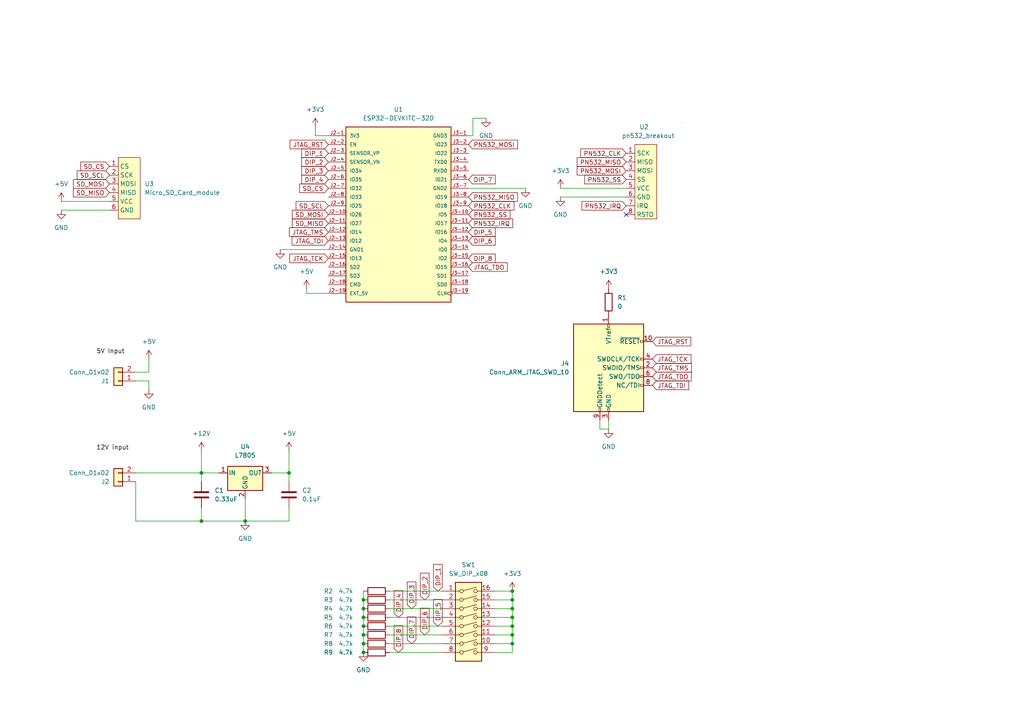
<source format=kicad_sch>
(kicad_sch (version 20211123) (generator eeschema)
  (paper "A4")
  (lib_symbols
    (symbol "Connector:Conn_ARM_JTAG_SWD_10" (pin_names (offset 1.016))
      (property "Reference" "J" (at -2.54 16.51 0))
      (property "Value" "Conn_ARM_JTAG_SWD_10" (at -2.54 13.97 0))
      (symbol "Conn_ARM_JTAG_SWD_10_0_1"
        (rectangle (start -10.16 12.7) (end 10.16 -12.7) (stroke (width 0.254)) (fill (type background)))
        (rectangle (start -2.794 -12.7) (end -2.286 -11.684))
        (rectangle (start -0.254 -12.7) (end 0.254 -11.684))
        (rectangle (start -0.254 12.7) (end 0.254 11.684))
        (rectangle (start 9.144 2.286) (end 10.16 2.794))
        (rectangle (start 10.16 -2.794) (end 9.144 -2.286))
        (rectangle (start 10.16 -0.254) (end 9.144 0.254))
        (rectangle (start 10.16 7.874) (end 9.144 7.366))
      )
      (symbol "Conn_ARM_JTAG_SWD_10_1_1"
        (rectangle (start 9.144 -5.334) (end 10.16 -4.826))
        (pin power_in line (at 0 15.24 270) (length 2.54) (name "VTref") (number "1"))
        (pin open_collector line (at 12.7 7.62 180) (length 2.54) (name "~{RESET}") (number "10"))
        (pin bidirectional line (at 12.7 0 180) (length 2.54) (name "SWDIO/TMS") (number "2"))
        (pin power_in line (at 0 -15.24 90) (length 2.54) (name "GND") (number "3"))
        (pin output line (at 12.7 2.54 180) (length 2.54) (name "SWDCLK/TCK") (number "4"))
        (pin passive line (at 0 -15.24 90) (length 2.54) hide (name "GND") (number "5"))
        (pin input line (at 12.7 -2.54 180) (length 2.54) (name "SWO/TDO") (number "6"))
        (pin no_connect line (at -10.16 0 0) (length 2.54) hide (name "KEY") (number "7"))
        (pin output line (at 12.7 -5.08 180) (length 2.54) (name "NC/TDI") (number "8"))
        (pin passive line (at -2.54 -15.24 90) (length 2.54) (name "GNDDetect") (number "9"))
      )
    )
    (symbol "Connector_Generic:Conn_01x02" (pin_names (offset 1.016) hide)
      (property "Reference" "J" (at 0 2.54 0))
      (property "Value" "Conn_01x02" (at 0 -5.08 0))
      (symbol "Conn_01x02_1_1"
        (rectangle (start -1.27 -2.413) (end 0 -2.667) (stroke (width 0.1524)))
        (rectangle (start -1.27 0.127) (end 0 -0.127) (stroke (width 0.1524)))
        (rectangle (start -1.27 1.27) (end 1.27 -3.81) (stroke (width 0.254)) (fill (type background)))
        (pin passive line (at -5.08 0 0) (length 3.81) (name "Pin_1") (number "1"))
        (pin passive line (at -5.08 -2.54 0) (length 3.81) (name "Pin_2") (number "2"))
      )
    )
    (symbol "Device:C" (pin_numbers hide) (pin_names (offset 0.254))
      (property "Reference" "C" (at 0.635 2.54 0))
      (property "Value" "C" (at 0.635 -2.54 0))
      (symbol "C_0_1"
        (polyline (pts (xy -2.032 -0.762) (xy 2.032 -0.762)) (stroke (width 0.508)))
        (polyline (pts (xy -2.032 0.762) (xy 2.032 0.762)) (stroke (width 0.508)))
      )
      (symbol "C_1_1"
        (pin passive line (at 0 3.81 270) (length 2.794) (name "~") (number "1"))
        (pin passive line (at 0 -3.81 90) (length 2.794) (name "~") (number "2"))
      )
    )
    (symbol "Device:R" (pin_numbers hide) (pin_names (offset 0))
      (property "Reference" "R" (at 2.032 0 90))
      (property "Value" "R" (at 0 0 90))
      (symbol "R_0_1"
        (rectangle (start -1.016 -2.54) (end 1.016 2.54) (stroke (width 0.254)))
      )
      (symbol "R_1_1"
        (pin passive line (at 0 3.81 270) (length 1.27) (name "~") (number "1"))
        (pin passive line (at 0 -3.81 90) (length 1.27) (name "~") (number "2"))
      )
    )
    (symbol "ESP32-DEVKITC-32D:ESP32-DEVKITC-32D" (pin_names (offset 1.016))
      (property "Reference" "U" (at -15.2572 26.0643 0))
      (property "Value" "ESP32-DEVKITC-32D" (at -15.2563 -27.9698 0))
      (symbol "ESP32-DEVKITC-32D_0_0"
        (rectangle (start -15.24 -25.4) (end 15.24 25.4) (stroke (width 0.254)) (fill (type background)))
        (pin power_in line (at -20.32 22.86 0) (length 5.08) (name "3V3") (number "J2-1"))
        (pin bidirectional line (at -20.32 0 0) (length 5.08) (name "IO26") (number "J2-10"))
        (pin bidirectional line (at -20.32 -2.54 0) (length 5.08) (name "IO27") (number "J2-11"))
        (pin bidirectional line (at -20.32 -5.08 0) (length 5.08) (name "IO14") (number "J2-12"))
        (pin bidirectional line (at -20.32 -7.62 0) (length 5.08) (name "IO12") (number "J2-13"))
        (pin power_in line (at -20.32 -10.16 0) (length 5.08) (name "GND1") (number "J2-14"))
        (pin bidirectional line (at -20.32 -12.7 0) (length 5.08) (name "IO13") (number "J2-15"))
        (pin bidirectional line (at -20.32 -15.24 0) (length 5.08) (name "SD2") (number "J2-16"))
        (pin bidirectional line (at -20.32 -17.78 0) (length 5.08) (name "SD3") (number "J2-17"))
        (pin bidirectional line (at -20.32 -20.32 0) (length 5.08) (name "CMD") (number "J2-18"))
        (pin power_in line (at -20.32 -22.86 0) (length 5.08) (name "EXT_5V") (number "J2-19"))
        (pin input line (at -20.32 20.32 0) (length 5.08) (name "EN") (number "J2-2"))
        (pin input line (at -20.32 17.78 0) (length 5.08) (name "SENSOR_VP") (number "J2-3"))
        (pin input line (at -20.32 15.24 0) (length 5.08) (name "SENSOR_VN") (number "J2-4"))
        (pin bidirectional line (at -20.32 12.7 0) (length 5.08) (name "IO34") (number "J2-5"))
        (pin bidirectional line (at -20.32 10.16 0) (length 5.08) (name "IO35") (number "J2-6"))
        (pin bidirectional line (at -20.32 7.62 0) (length 5.08) (name "IO32") (number "J2-7"))
        (pin bidirectional line (at -20.32 5.08 0) (length 5.08) (name "IO33") (number "J2-8"))
        (pin bidirectional line (at -20.32 2.54 0) (length 5.08) (name "IO25") (number "J2-9"))
        (pin power_in line (at 20.32 22.86 180) (length 5.08) (name "GND3") (number "J3-1"))
        (pin bidirectional line (at 20.32 0 180) (length 5.08) (name "IO5") (number "J3-10"))
        (pin bidirectional line (at 20.32 -2.54 180) (length 5.08) (name "IO17") (number "J3-11"))
        (pin bidirectional line (at 20.32 -5.08 180) (length 5.08) (name "IO16") (number "J3-12"))
        (pin bidirectional line (at 20.32 -7.62 180) (length 5.08) (name "IO4") (number "J3-13"))
        (pin bidirectional line (at 20.32 -10.16 180) (length 5.08) (name "IO0") (number "J3-14"))
        (pin bidirectional line (at 20.32 -12.7 180) (length 5.08) (name "IO2") (number "J3-15"))
        (pin bidirectional line (at 20.32 -15.24 180) (length 5.08) (name "IO15") (number "J3-16"))
        (pin bidirectional line (at 20.32 -17.78 180) (length 5.08) (name "SD1") (number "J3-17"))
        (pin bidirectional line (at 20.32 -20.32 180) (length 5.08) (name "SD0") (number "J3-18"))
        (pin input clock (at 20.32 -22.86 180) (length 5.08) (name "CLK") (number "J3-19"))
        (pin bidirectional line (at 20.32 20.32 180) (length 5.08) (name "IO23") (number "J3-2"))
        (pin bidirectional line (at 20.32 17.78 180) (length 5.08) (name "IO22") (number "J3-3"))
        (pin output line (at 20.32 15.24 180) (length 5.08) (name "TXD0") (number "J3-4"))
        (pin input line (at 20.32 12.7 180) (length 5.08) (name "RXD0") (number "J3-5"))
        (pin bidirectional line (at 20.32 10.16 180) (length 5.08) (name "IO21") (number "J3-6"))
        (pin power_in line (at 20.32 7.62 180) (length 5.08) (name "GND2") (number "J3-7"))
        (pin bidirectional line (at 20.32 5.08 180) (length 5.08) (name "IO19") (number "J3-8"))
        (pin bidirectional line (at 20.32 2.54 180) (length 5.08) (name "IO18") (number "J3-9"))
      )
    )
    (symbol "Regulator_Linear:L7805" (pin_names (offset 0.254))
      (property "Reference" "U" (at -3.81 3.175 0))
      (property "Value" "L7805" (at 0 3.175 0))
      (symbol "L7805_0_1"
        (rectangle (start -5.08 1.905) (end 5.08 -5.08) (stroke (width 0.254)) (fill (type background)))
      )
      (symbol "L7805_1_1"
        (pin power_in line (at -7.62 0 0) (length 2.54) (name "IN") (number "1"))
        (pin power_in line (at 0 -7.62 90) (length 2.54) (name "GND") (number "2"))
        (pin power_out line (at 7.62 0 180) (length 2.54) (name "OUT") (number "3"))
      )
    )
    (symbol "Switch:SW_DIP_x08" (pin_names (offset 0) hide)
      (property "Reference" "SW" (at 0 13.97 0))
      (property "Value" "SW_DIP_x08" (at 0 -11.43 0))
      (symbol "SW_DIP_x08_0_0"
        (circle (center -2.032 -7.62) (radius 0.508))
        (circle (center -2.032 -5.08) (radius 0.508))
        (circle (center -2.032 -2.54) (radius 0.508))
        (circle (center -2.032 0) (radius 0.508))
        (circle (center -2.032 2.54) (radius 0.508))
        (circle (center -2.032 5.08) (radius 0.508))
        (circle (center -2.032 7.62) (radius 0.508))
        (circle (center -2.032 10.16) (radius 0.508))
        (polyline (pts (xy -1.524 -7.4676) (xy 2.3622 -6.4262)))
        (polyline (pts (xy -1.524 -4.9276) (xy 2.3622 -3.8862)))
        (polyline (pts (xy -1.524 -2.3876) (xy 2.3622 -1.3462)))
        (polyline (pts (xy -1.524 0.127) (xy 2.3622 1.1684)))
        (polyline (pts (xy -1.524 2.667) (xy 2.3622 3.7084)))
        (polyline (pts (xy -1.524 5.207) (xy 2.3622 6.2484)))
        (polyline (pts (xy -1.524 7.747) (xy 2.3622 8.7884)))
        (polyline (pts (xy -1.524 10.287) (xy 2.3622 11.3284)))
        (circle (center 2.032 -7.62) (radius 0.508))
        (circle (center 2.032 -5.08) (radius 0.508))
        (circle (center 2.032 -2.54) (radius 0.508))
        (circle (center 2.032 0) (radius 0.508))
        (circle (center 2.032 2.54) (radius 0.508))
        (circle (center 2.032 5.08) (radius 0.508))
        (circle (center 2.032 7.62) (radius 0.508))
        (circle (center 2.032 10.16) (radius 0.508))
      )
      (symbol "SW_DIP_x08_0_1"
        (rectangle (start -3.81 12.7) (end 3.81 -10.16) (stroke (width 0.254)) (fill (type background)))
      )
      (symbol "SW_DIP_x08_1_1"
        (pin passive line (at -7.62 10.16 0) (length 5.08) (name "~") (number "1"))
        (pin passive line (at 7.62 -5.08 180) (length 5.08) (name "~") (number "10"))
        (pin passive line (at 7.62 -2.54 180) (length 5.08) (name "~") (number "11"))
        (pin passive line (at 7.62 0 180) (length 5.08) (name "~") (number "12"))
        (pin passive line (at 7.62 2.54 180) (length 5.08) (name "~") (number "13"))
        (pin passive line (at 7.62 5.08 180) (length 5.08) (name "~") (number "14"))
        (pin passive line (at 7.62 7.62 180) (length 5.08) (name "~") (number "15"))
        (pin passive line (at 7.62 10.16 180) (length 5.08) (name "~") (number "16"))
        (pin passive line (at -7.62 7.62 0) (length 5.08) (name "~") (number "2"))
        (pin passive line (at -7.62 5.08 0) (length 5.08) (name "~") (number "3"))
        (pin passive line (at -7.62 2.54 0) (length 5.08) (name "~") (number "4"))
        (pin passive line (at -7.62 0 0) (length 5.08) (name "~") (number "5"))
        (pin passive line (at -7.62 -2.54 0) (length 5.08) (name "~") (number "6"))
        (pin passive line (at -7.62 -5.08 0) (length 5.08) (name "~") (number "7"))
        (pin passive line (at -7.62 -7.62 0) (length 5.08) (name "~") (number "8"))
        (pin passive line (at 7.62 -7.62 180) (length 5.08) (name "~") (number "9"))
      )
    )
    (symbol "local:Micro_SD_Card_module"
      (property "Reference" "U" (at 0 2.54 0))
      (property "Value" "Micro_SD_Card_module" (at 0 0 0))
      (symbol "Micro_SD_Card_module_0_1"
        (rectangle (start -2.54 -2.54) (end 3.81 -20.32) (fill (type background)))
      )
      (symbol "Micro_SD_Card_module_1_1"
        (pin input line (at -5.08 -5.08 0) (length 2.54) (name "CS") (number "1"))
        (pin input line (at -5.08 -7.62 0) (length 2.54) (name "SCK") (number "2"))
        (pin input line (at -5.08 -10.16 0) (length 2.54) (name "MOSI") (number "3"))
        (pin output line (at -5.08 -12.7 0) (length 2.54) (name "MISO") (number "4"))
        (pin power_in line (at -5.08 -15.24 0) (length 2.54) (name "VCC") (number "5"))
        (pin power_in line (at -5.08 -17.78 0) (length 2.54) (name "GND") (number "6"))
      )
    )
    (symbol "pn532:pn532_breakout"
      (property "Reference" "U" (at 0 12.7 0))
      (property "Value" "pn532_breakout" (at 1.27 10.16 0))
      (symbol "pn532_breakout_0_1"
        (rectangle (start -2.54 5.08) (end -2.54 5.08))
        (rectangle (start -2.54 8.89) (end 3.81 -12.7) (fill (type background)))
        (rectangle (start 2.54 2.54) (end 2.54 2.54))
        (rectangle (start 11.43 15.24) (end 11.43 15.24))
      )
      (symbol "pn532_breakout_1_1"
        (pin input line (at -5.08 6.35 0) (length 2.54) (name "SCK") (number "1"))
        (pin output line (at -5.08 3.81 0) (length 2.54) (name "MISO") (number "2"))
        (pin input line (at -5.08 1.27 0) (length 2.54) (name "MOSI") (number "3"))
        (pin input line (at -5.08 -1.27 0) (length 2.54) (name "SS") (number "4"))
        (pin power_in line (at -5.08 -3.81 0) (length 2.54) (name "VCC") (number "5"))
        (pin power_in line (at -5.08 -6.35 0) (length 2.54) (name "GND") (number "6"))
        (pin output line (at -5.08 -8.89 0) (length 2.54) (name "IRQ") (number "7"))
        (pin input line (at -5.08 -11.43 0) (length 2.54) (name "RSTO") (number "8"))
      )
    )
    (symbol "power:+12V" (power) (pin_names (offset 0))
      (property "Value" "+12V" (at 0 3.556 0))
      (symbol "+12V_0_1"
        (polyline (pts (xy -0.762 1.27) (xy 0 2.54)))
        (polyline (pts (xy 0 0) (xy 0 2.54)))
        (polyline (pts (xy 0 2.54) (xy 0.762 1.27)))
      )
      (symbol "+12V_1_1"
        (pin power_in line (at 0 0 90) (length 0) hide (name "+12V") (number "1"))
      )
    )
    (symbol "power:+3V3" (power) (pin_names (offset 0))
      (property "Value" "+3V3" (at 0 3.556 0))
      (symbol "+3V3_0_1"
        (polyline (pts (xy -0.762 1.27) (xy 0 2.54)))
        (polyline (pts (xy 0 0) (xy 0 2.54)))
        (polyline (pts (xy 0 2.54) (xy 0.762 1.27)))
      )
      (symbol "+3V3_1_1"
        (pin power_in line (at 0 0 90) (length 0) hide (name "+3V3") (number "1"))
      )
    )
    (symbol "power:+5V" (power) (pin_names (offset 0))
      (property "Value" "+5V" (at 0 3.556 0))
      (symbol "+5V_0_1"
        (polyline (pts (xy -0.762 1.27) (xy 0 2.54)))
        (polyline (pts (xy 0 0) (xy 0 2.54)))
        (polyline (pts (xy 0 2.54) (xy 0.762 1.27)))
      )
      (symbol "+5V_1_1"
        (pin power_in line (at 0 0 90) (length 0) hide (name "+5V") (number "1"))
      )
    )
    (symbol "power:GND" (power) (pin_names (offset 0))
      (property "Value" "GND" (at 0 -3.81 0))
      (symbol "GND_0_1"
        (polyline (pts (xy 0 0) (xy 0 -1.27) (xy 1.27 -1.27) (xy 0 -2.54) (xy -1.27 -1.27) (xy 0 -1.27)))
      )
      (symbol "GND_1_1"
        (pin power_in line (at 0 0 270) (length 0) hide (name "GND") (number "1"))
      )
    )
  )
  (junction (at 105.41 179.07))
  (junction (at 105.41 189.23))
  (junction (at 83.82 137.16))
  (junction (at 148.59 173.99))
  (junction (at 58.42 151.13))
  (junction (at 105.41 181.61))
  (junction (at 148.59 171.45))
  (junction (at 58.42 137.16))
  (junction (at 71.12 151.13))
  (junction (at 148.59 181.61))
  (junction (at 105.41 176.53))
  (junction (at 148.59 179.07))
  (junction (at 148.59 176.53))
  (junction (at 105.41 184.15))
  (junction (at 148.59 186.69))
  (junction (at 105.41 186.69))
  (junction (at 148.59 184.15))
  (junction (at 105.41 173.99))
  (no_connect (at 181.61 62.23))
  (wire (pts (xy 105.41 186.69) (xy 105.41 189.23)))
  (wire (pts (xy 148.59 181.61) (xy 148.59 184.15)))
  (wire (pts (xy 113.03 179.07) (xy 128.27 179.07)))
  (wire (pts (xy 148.59 184.15) (xy 148.59 186.69)))
  (wire (pts (xy 58.42 130.81) (xy 58.42 137.16)))
  (wire (pts (xy 113.03 173.99) (xy 128.27 173.99)))
  (wire (pts (xy 83.82 130.81) (xy 83.82 137.16)))
  (wire (pts (xy 162.56 54.61) (xy 181.61 54.61)))
  (wire (pts (xy 113.03 184.15) (xy 128.27 184.15)))
  (wire (pts (xy 105.41 176.53) (xy 105.41 179.07)))
  (wire (pts (xy 143.51 186.69) (xy 148.59 186.69)))
  (wire (pts (xy 105.41 184.15) (xy 105.41 186.69)))
  (wire (pts (xy 17.78 60.96) (xy 31.75 60.96)))
  (wire (pts (xy 58.42 147.32) (xy 58.42 151.13)))
  (wire (pts (xy 78.74 137.16) (xy 83.82 137.16)))
  (wire (pts (xy 137.16 34.29) (xy 140.97 34.29)))
  (wire (pts (xy 113.03 176.53) (xy 128.27 176.53)))
  (wire (pts (xy 143.51 176.53) (xy 148.59 176.53)))
  (wire (pts (xy 95.25 39.37) (xy 91.44 39.37)))
  (wire (pts (xy 105.41 173.99) (xy 105.41 176.53)))
  (wire (pts (xy 105.41 171.45) (xy 105.41 173.99)))
  (wire (pts (xy 113.03 186.69) (xy 128.27 186.69)))
  (wire (pts (xy 39.37 151.13) (xy 39.37 139.7)))
  (wire (pts (xy 43.18 107.95) (xy 43.18 104.14)))
  (wire (pts (xy 83.82 137.16) (xy 83.82 139.7)))
  (wire (pts (xy 176.53 124.46) (xy 176.53 121.92)))
  (wire (pts (xy 135.89 39.37) (xy 137.16 39.37)))
  (wire (pts (xy 113.03 181.61) (xy 128.27 181.61)))
  (wire (pts (xy 135.89 54.61) (xy 152.4 54.61)))
  (wire (pts (xy 143.51 189.23) (xy 148.59 189.23)))
  (wire (pts (xy 71.12 144.78) (xy 71.12 151.13)))
  (wire (pts (xy 173.99 121.92) (xy 173.99 124.46)))
  (wire (pts (xy 173.99 124.46) (xy 176.53 124.46)))
  (wire (pts (xy 39.37 107.95) (xy 43.18 107.95)))
  (wire (pts (xy 143.51 181.61) (xy 148.59 181.61)))
  (wire (pts (xy 105.41 181.61) (xy 105.41 184.15)))
  (wire (pts (xy 39.37 151.13) (xy 58.42 151.13)))
  (wire (pts (xy 143.51 184.15) (xy 148.59 184.15)))
  (wire (pts (xy 43.18 110.49) (xy 43.18 113.03)))
  (wire (pts (xy 113.03 171.45) (xy 128.27 171.45)))
  (wire (pts (xy 39.37 110.49) (xy 43.18 110.49)))
  (wire (pts (xy 143.51 173.99) (xy 148.59 173.99)))
  (wire (pts (xy 83.82 147.32) (xy 83.82 151.13)))
  (wire (pts (xy 71.12 151.13) (xy 83.82 151.13)))
  (wire (pts (xy 95.25 85.09) (xy 88.9 85.09)))
  (wire (pts (xy 17.78 58.42) (xy 31.75 58.42)))
  (wire (pts (xy 162.56 57.15) (xy 181.61 57.15)))
  (wire (pts (xy 58.42 137.16) (xy 63.5 137.16)))
  (wire (pts (xy 39.37 137.16) (xy 58.42 137.16)))
  (wire (pts (xy 58.42 137.16) (xy 58.42 139.7)))
  (wire (pts (xy 137.16 39.37) (xy 137.16 34.29)))
  (wire (pts (xy 143.51 171.45) (xy 148.59 171.45)))
  (wire (pts (xy 148.59 179.07) (xy 148.59 181.61)))
  (wire (pts (xy 148.59 171.45) (xy 148.59 173.99)))
  (wire (pts (xy 88.9 85.09) (xy 88.9 83.82)))
  (wire (pts (xy 58.42 151.13) (xy 71.12 151.13)))
  (wire (pts (xy 81.28 72.39) (xy 95.25 72.39)))
  (wire (pts (xy 148.59 173.99) (xy 148.59 176.53)))
  (wire (pts (xy 113.03 189.23) (xy 128.27 189.23)))
  (wire (pts (xy 148.59 186.69) (xy 148.59 189.23)))
  (wire (pts (xy 105.41 179.07) (xy 105.41 181.61)))
  (wire (pts (xy 91.44 39.37) (xy 91.44 36.83)))
  (wire (pts (xy 143.51 179.07) (xy 148.59 179.07)))
  (wire (pts (xy 148.59 176.53) (xy 148.59 179.07)))
  (label "12V input" (at 27.94 130.81 0))
  (label "5V Input" (at 27.94 102.87 0))
  (global_label "DIP_4" (shape input) (at 95.25 52.07 180) (property "Intersheet References" "${INTERSHEET_REFS}" (effects hide)))
  (global_label "SD_MOSI" (shape input) (at 95.25 62.23 180) (property "Intersheet References" "${INTERSHEET_REFS}" (effects hide)))
  (global_label "DIP_8" (shape input) (at 115.57 189.23 90) (property "Intersheet References" "${INTERSHEET_REFS}" (effects hide)))
  (global_label "JTAG_TCK" (shape input) (at 95.25 74.93 180) (property "Intersheet References" "${INTERSHEET_REFS}" (effects hide)))
  (global_label "DIP_3" (shape input) (at 95.25 49.53 180) (property "Intersheet References" "${INTERSHEET_REFS}" (effects hide)))
  (global_label "JTAG_TCK" (shape input) (at 189.23 104.14 0) (property "Intersheet References" "${INTERSHEET_REFS}" (effects hide)))
  (global_label "SD_MISO" (shape input) (at 31.75 55.88 180) (property "Intersheet References" "${INTERSHEET_REFS}" (effects hide)))
  (global_label "DIP_6" (shape input) (at 135.89 69.85 0) (property "Intersheet References" "${INTERSHEET_REFS}" (effects hide)))
  (global_label "PN532_MOSI" (shape input) (at 181.61 49.53 180) (property "Intersheet References" "${INTERSHEET_REFS}" (effects hide)))
  (global_label "JTAG_RST" (shape input) (at 189.23 99.06 0) (property "Intersheet References" "${INTERSHEET_REFS}" (effects hide)))
  (global_label "PN532_SS" (shape input) (at 181.61 52.07 180) (property "Intersheet References" "${INTERSHEET_REFS}" (effects hide)))
  (global_label "JTAG_TDO" (shape input) (at 189.23 109.22 0) (property "Intersheet References" "${INTERSHEET_REFS}" (effects hide)))
  (global_label "DIP_7" (shape input) (at 135.89 52.07 0) (property "Intersheet References" "${INTERSHEET_REFS}" (effects hide)))
  (global_label "SD_MISO" (shape input) (at 95.25 64.77 180) (property "Intersheet References" "${INTERSHEET_REFS}" (effects hide)))
  (global_label "JTAG_TDO" (shape input) (at 135.89 77.47 0) (property "Intersheet References" "${INTERSHEET_REFS}" (effects hide)))
  (global_label "DIP_2" (shape input) (at 123.19 173.99 90) (property "Intersheet References" "${INTERSHEET_REFS}" (effects hide)))
  (global_label "DIP_2" (shape input) (at 95.25 46.99 180) (property "Intersheet References" "${INTERSHEET_REFS}" (effects hide)))
  (global_label "PN532_CLK" (shape input) (at 135.89 59.69 0) (property "Intersheet References" "${INTERSHEET_REFS}" (effects hide)))
  (global_label "SD_SCL" (shape input) (at 95.25 59.69 180) (property "Intersheet References" "${INTERSHEET_REFS}" (effects hide)))
  (global_label "PN532_IRQ" (shape input) (at 135.89 64.77 0) (property "Intersheet References" "${INTERSHEET_REFS}" (effects hide)))
  (global_label "SD_CS" (shape input) (at 31.75 48.26 180) (property "Intersheet References" "${INTERSHEET_REFS}" (effects hide)))
  (global_label "DIP_3" (shape input) (at 119.38 176.53 90) (property "Intersheet References" "${INTERSHEET_REFS}" (effects hide)))
  (global_label "DIP_1" (shape input) (at 95.25 44.45 180) (property "Intersheet References" "${INTERSHEET_REFS}" (effects hide)))
  (global_label "PN532_MISO" (shape input) (at 181.61 46.99 180) (property "Intersheet References" "${INTERSHEET_REFS}" (effects hide)))
  (global_label "SD_SCL" (shape input) (at 31.75 50.8 180) (property "Intersheet References" "${INTERSHEET_REFS}" (effects hide)))
  (global_label "JTAG_TDI" (shape input) (at 95.25 69.85 180) (property "Intersheet References" "${INTERSHEET_REFS}" (effects hide)))
  (global_label "PN532_MISO" (shape input) (at 135.89 57.15 0) (property "Intersheet References" "${INTERSHEET_REFS}" (effects hide)))
  (global_label "DIP_5" (shape input) (at 135.89 67.31 0) (property "Intersheet References" "${INTERSHEET_REFS}" (effects hide)))
  (global_label "PN532_IRQ" (shape input) (at 181.61 59.69 180) (property "Intersheet References" "${INTERSHEET_REFS}" (effects hide)))
  (global_label "JTAG_RST" (shape input) (at 95.25 41.91 180) (property "Intersheet References" "${INTERSHEET_REFS}" (effects hide)))
  (global_label "DIP_5" (shape input) (at 127 181.61 90) (property "Intersheet References" "${INTERSHEET_REFS}" (effects hide)))
  (global_label "PN532_MOSI" (shape input) (at 135.89 41.91 0) (property "Intersheet References" "${INTERSHEET_REFS}" (effects hide)))
  (global_label "PN532_SS" (shape input) (at 135.89 62.23 0) (property "Intersheet References" "${INTERSHEET_REFS}" (effects hide)))
  (global_label "PN532_CLK" (shape input) (at 181.61 44.45 180) (property "Intersheet References" "${INTERSHEET_REFS}" (effects hide)))
  (global_label "DIP_7" (shape input) (at 119.38 186.69 90) (property "Intersheet References" "${INTERSHEET_REFS}" (effects hide)))
  (global_label "DIP_1" (shape input) (at 127 171.45 90) (property "Intersheet References" "${INTERSHEET_REFS}" (effects hide)))
  (global_label "JTAG_TDI" (shape input) (at 189.23 111.76 0) (property "Intersheet References" "${INTERSHEET_REFS}" (effects hide)))
  (global_label "SD_MOSI" (shape input) (at 31.75 53.34 180) (property "Intersheet References" "${INTERSHEET_REFS}" (effects hide)))
  (global_label "DIP_8" (shape input) (at 135.89 74.93 0) (property "Intersheet References" "${INTERSHEET_REFS}" (effects hide)))
  (global_label "JTAG_TMS" (shape input) (at 95.25 67.31 180) (property "Intersheet References" "${INTERSHEET_REFS}" (effects hide)))
  (global_label "SD_CS" (shape input) (at 95.25 54.61 180) (property "Intersheet References" "${INTERSHEET_REFS}" (effects hide)))
  (global_label "DIP_4" (shape input) (at 115.57 179.07 90) (property "Intersheet References" "${INTERSHEET_REFS}" (effects hide)))
  (global_label "JTAG_TMS" (shape input) (at 189.23 106.68 0) (property "Intersheet References" "${INTERSHEET_REFS}" (effects hide)))
  (global_label "DIP_6" (shape input) (at 123.19 184.15 90) (property "Intersheet References" "${INTERSHEET_REFS}" (effects hide)))
  (symbol (lib_id "power:GND") (at 43.18 113.03 0) (unit 1)
    (property "Reference" "#PWR0110" (effects hide))
    (property "Value" "GND" (at 43.18 118.11 0))
  )
  (symbol (lib_id "Device:R") (at 109.22 173.99 90) (unit 1)
    (property "Reference" "R3" (at 95.25 173.99 90))
    (property "Value" "4.7k" (at 100.33 173.99 90))
    (property "Footprint" "Resistor_SMD:R_1206_3216Metric_Pad1.30x1.75mm_HandSolder" (effects hide))
  )
  (symbol (lib_id "power:GND") (at 17.78 60.96 0) (unit 1)
    (property "Reference" "#PWR0113" (effects hide))
    (property "Value" "GND" (at 17.78 66.04 0))
  )
  (symbol (lib_id "Device:C") (at 58.42 143.51 0) (unit 1)
    (property "Reference" "C1" (at 62.23 142.2399 0) (effects (justify left)))
    (property "Value" "0.33uF" (at 62.23 144.7799 0) (effects (justify left)))
    (property "Footprint" "Capacitor_THT:CP_Radial_Tantal_D5.5mm_P5.00mm" (effects hide))
  )
  (symbol (lib_id "power:+12V") (at 58.42 130.81 0) (unit 1)
    (property "Reference" "#PWR0109" (effects hide))
    (property "Value" "+12V" (at 58.42 125.73 0))
  )
  (symbol (lib_id "local:Micro_SD_Card_module") (at 36.83 43.18 0) (unit 1)
    (property "Reference" "U3" (at 41.91 53.3399 0) (effects (justify left)))
    (property "Value" "Micro_SD_Card_module" (at 41.91 55.8799 0) (effects (justify left)))
    (property "Footprint" "3rdparty:SD_Card_Module" (effects hide))
  )
  (symbol (lib_id "power:+3V3") (at 148.59 171.45 0) (unit 1)
    (property "Reference" "#PWR0117" (effects hide))
    (property "Value" "+3V3" (at 148.59 166.37 0))
  )
  (symbol (lib_id "power:+5V") (at 43.18 104.14 0) (unit 1)
    (property "Reference" "#PWR0111" (effects hide))
    (property "Value" "+5V" (at 43.18 99.06 0))
  )
  (symbol (lib_id "ESP32-DEVKITC-32D:ESP32-DEVKITC-32D") (at 115.57 62.23 0) (unit 1)
    (property "Reference" "U1" (at 115.57 31.75 0))
    (property "Value" "ESP32-DEVKITC-32D" (at 115.57 34.29 0))
    (property "Footprint" "MODULE_ESP32-DEVKITC-32D" (effects hide))
    (property "PARTREV" "V4" (effects hide))
    (property "SNAPEDA_PN" "ESP32-DEVKITC-32D" (effects hide))
    (property "STANDARD" "Manufacturer Recommendations" (effects hide))
    (property "MAXIMUM_PACKAGE_HEIGHT" "N/A" (effects hide))
    (property "MANUFACTURER" "Espressif Systems" (effects hide))
  )
  (symbol (lib_id "Device:R") (at 109.22 176.53 90) (unit 1)
    (property "Reference" "R4" (at 95.25 176.53 90))
    (property "Value" "4.7k" (at 100.33 176.53 90))
    (property "Footprint" "Resistor_SMD:R_1206_3216Metric_Pad1.30x1.75mm_HandSolder" (effects hide))
  )
  (symbol (lib_id "power:GND") (at 71.12 151.13 0) (unit 1)
    (property "Reference" "#PWR0107" (effects hide))
    (property "Value" "GND" (at 71.12 156.21 0))
  )
  (symbol (lib_id "power:GND") (at 105.41 189.23 0) (unit 1)
    (property "Reference" "#PWR0116" (effects hide))
    (property "Value" "GND" (at 105.41 194.31 0))
  )
  (symbol (lib_id "power:+3V3") (at 162.56 54.61 0) (unit 1)
    (property "Reference" "#PWR0101" (effects hide))
    (property "Value" "+3V3" (at 162.56 49.53 0))
  )
  (symbol (lib_id "power:GND") (at 140.97 34.29 0) (unit 1)
    (property "Reference" "#PWR0104" (effects hide))
    (property "Value" "GND" (at 140.97 39.37 0))
  )
  (symbol (lib_id "Device:R") (at 109.22 189.23 90) (unit 1)
    (property "Reference" "R9" (at 95.25 189.23 90))
    (property "Value" "4.7k" (at 100.33 189.23 90))
    (property "Footprint" "Resistor_SMD:R_1206_3216Metric_Pad1.30x1.75mm_HandSolder" (effects hide))
  )
  (symbol (lib_id "power:GND") (at 176.53 124.46 0) (unit 1)
    (property "Reference" "#PWR0103" (effects hide))
    (property "Value" "GND" (at 176.53 129.54 0))
  )
  (symbol (lib_id "power:+5V") (at 17.78 58.42 0) (unit 1)
    (property "Reference" "#PWR0112" (effects hide))
    (property "Value" "+5V" (at 17.78 53.34 0))
  )
  (symbol (lib_id "power:+3V3") (at 176.53 83.82 0) (unit 1)
    (property "Reference" "#PWR0114" (effects hide))
    (property "Value" "+3V3" (at 176.53 78.74 0))
  )
  (symbol (lib_id "Device:R") (at 109.22 179.07 90) (unit 1)
    (property "Reference" "R5" (at 95.25 179.07 90))
    (property "Value" "4.7k" (at 100.33 179.07 90))
    (property "Footprint" "Resistor_SMD:R_1206_3216Metric_Pad1.30x1.75mm_HandSolder" (effects hide))
  )
  (symbol (lib_id "Device:R") (at 109.22 186.69 90) (unit 1)
    (property "Reference" "R8" (at 95.25 186.69 90))
    (property "Value" "4.7k" (at 100.33 186.69 90))
    (property "Footprint" "Resistor_SMD:R_1206_3216Metric_Pad1.30x1.75mm_HandSolder" (effects hide))
  )
  (symbol (lib_id "Device:R") (at 109.22 171.45 90) (unit 1)
    (property "Reference" "R2" (at 95.25 171.45 90))
    (property "Value" "4.7k" (at 100.33 171.45 90))
    (property "Footprint" "Resistor_SMD:R_1206_3216Metric_Pad1.30x1.75mm_HandSolder" (effects hide))
  )
  (symbol (lib_id "power:GND") (at 162.56 57.15 0) (unit 1)
    (property "Reference" "#PWR0102" (effects hide))
    (property "Value" "GND" (at 162.56 62.23 0))
  )
  (symbol (lib_id "Device:R") (at 109.22 181.61 90) (unit 1)
    (property "Reference" "R6" (at 95.25 181.61 90))
    (property "Value" "4.7k" (at 100.33 181.61 90))
    (property "Footprint" "Resistor_SMD:R_1206_3216Metric_Pad1.30x1.75mm_HandSolder" (effects hide))
  )
  (symbol (lib_id "power:+3V3") (at 91.44 36.83 0) (unit 1)
    (property "Reference" "#PWR0105" (effects hide))
    (property "Value" "+3V3" (at 91.44 31.75 0))
  )
  (symbol (lib_id "Device:R") (at 109.22 184.15 90) (unit 1)
    (property "Reference" "R7" (at 95.25 184.15 90))
    (property "Value" "4.7k" (at 100.33 184.15 90))
    (property "Footprint" "Resistor_SMD:R_1206_3216Metric_Pad1.30x1.75mm_HandSolder" (effects hide))
  )
  (symbol (lib_id "pn532:pn532_breakout") (at 186.69 50.8 0) (unit 1)
    (property "Reference" "U2" (at 185.42 36.83 0) (effects (justify left)))
    (property "Value" "pn532_breakout" (at 180.34 39.37 0) (effects (justify left)))
    (property "Footprint" "pn532:pn532_breakout" (effects hide))
  )
  (symbol (lib_id "Connector_Generic:Conn_01x02") (at 34.29 110.49 180) (unit 1)
    (property "Reference" "J1" (at 31.75 110.4901 0) (effects (justify left)))
    (property "Value" "Conn_01x02" (at 31.75 107.9501 0) (effects (justify left)))
    (property "Footprint" "TerminalBlock:TerminalBlock_bornier-2_P5.08mm" (effects hide))
  )
  (symbol (lib_id "Connector:Conn_ARM_JTAG_SWD_10") (at 176.53 106.68 0) (unit 1)
    (property "Reference" "J4" (at 165.1 105.4099 0) (effects (justify right)))
    (property "Value" "Conn_ARM_JTAG_SWD_10" (at 165.1 107.9499 0) (effects (justify right)))
    (property "Footprint" "Connector_PinHeader_2.54mm:PinHeader_2x10_P2.54mm_Vertical" (effects hide))
    (property "Datasheet" "http://infocenter.arm.com/help/topic/com.arm.doc.ddi0314h/DDI0314H_coresight_components_trm.pdf" (effects hide))
  )
  (symbol (lib_id "Device:C") (at 83.82 143.51 0) (unit 1)
    (property "Reference" "C2" (at 87.63 142.2399 0) (effects (justify left)))
    (property "Value" "0.1uF" (at 87.63 144.7799 0) (effects (justify left)))
    (property "Footprint" "Capacitor_THT:CP_Radial_Tantal_D5.5mm_P5.00mm" (effects hide))
  )
  (symbol (lib_id "power:GND") (at 81.28 72.39 0) (unit 1)
    (property "Reference" "#PWR0118" (effects hide))
    (property "Value" "GND" (at 81.28 77.47 0))
  )
  (symbol (lib_id "Switch:SW_DIP_x08") (at 135.89 181.61 0) (unit 1)
    (property "Reference" "SW1" (at 135.89 163.83 0))
    (property "Value" "SW_DIP_x08" (at 135.89 166.37 0))
    (property "Footprint" "Button_Switch_THT:SW_DIP_SPSTx08_Slide_9.78x22.5mm_W7.62mm_P2.54mm" (effects hide))
  )
  (symbol (lib_id "Connector_Generic:Conn_01x02") (at 34.29 139.7 180) (unit 1)
    (property "Reference" "J2" (at 31.75 139.7001 0) (effects (justify left)))
    (property "Value" "Conn_01x02" (at 31.75 137.1601 0) (effects (justify left)))
    (property "Footprint" "TerminalBlock:TerminalBlock_bornier-2_P5.08mm" (effects hide))
  )
  (symbol (lib_id "power:+5V") (at 88.9 83.82 0) (unit 1)
    (property "Reference" "#PWR0106" (effects hide))
    (property "Value" "+5V" (at 88.9 78.74 0))
  )
  (symbol (lib_id "power:GND") (at 152.4 54.61 0) (unit 1)
    (property "Reference" "#PWR0115" (effects hide))
    (property "Value" "GND" (at 152.4 59.69 0))
  )
  (symbol (lib_id "Device:R") (at 176.53 87.63 0) (unit 1)
    (property "Reference" "R1" (at 179.07 86.3599 0) (effects (justify left)))
    (property "Value" "0" (at 179.07 88.8999 0) (effects (justify left)))
    (property "Footprint" "Resistor_SMD:R_0805_2012Metric" (effects hide))
  )
  (symbol (lib_id "Regulator_Linear:L7805") (at 71.12 137.16 0) (unit 1)
    (property "Reference" "U4" (at 71.12 129.54 0))
    (property "Value" "L7805" (at 71.12 132.08 0))
    (property "Footprint" "Connector_PinSocket_2.54mm:PinSocket_1x03_P2.54mm_Vertical" (effects hide))
    (property "Datasheet" "http://www.st.com/content/ccc/resource/technical/document/datasheet/41/4f/b3/b0/12/d4/47/88/CD00000444.pdf/files/CD00000444.pdf/jcr:content/translations/en.CD00000444.pdf" (effects hide))
  )
  (symbol (lib_id "power:+5V") (at 83.82 130.81 0) (unit 1)
    (property "Reference" "#PWR0108" (effects hide))
    (property "Value" "+5V" (at 83.82 125.73 0))
  )
)
</source>
